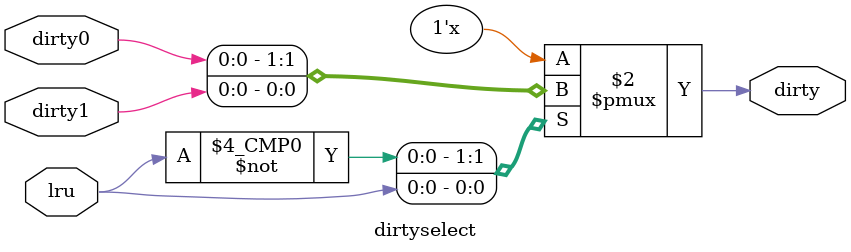
<source format=sv>
module dirtyselect(
	input dirty0,
	input dirty1,
	input lru,
	output logic dirty
);

always_comb
begin
	dirty = 0;
	case(lru)
		1'b0:
			dirty = dirty0;
		1'b1:
			dirty = dirty1;
	endcase
end

endmodule : dirtyselect
</source>
